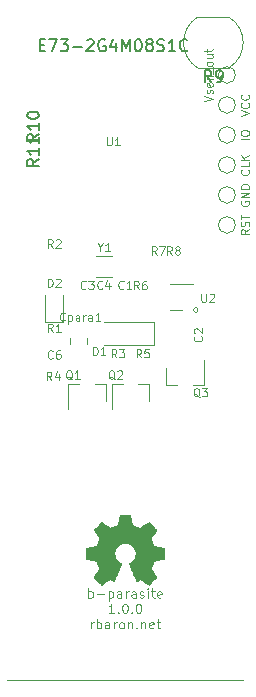
<source format=gbr>
G04 #@! TF.GenerationSoftware,KiCad,Pcbnew,(5.1.6)-1*
G04 #@! TF.CreationDate,2021-05-25T10:57:31+03:00*
G04 #@! TF.ProjectId,parasite,70617261-7369-4746-952e-6b696361645f,1.0.0*
G04 #@! TF.SameCoordinates,Original*
G04 #@! TF.FileFunction,Legend,Top*
G04 #@! TF.FilePolarity,Positive*
%FSLAX46Y46*%
G04 Gerber Fmt 4.6, Leading zero omitted, Abs format (unit mm)*
G04 Created by KiCad (PCBNEW (5.1.6)-1) date 2021-05-25 10:57:31*
%MOMM*%
%LPD*%
G01*
G04 APERTURE LIST*
%ADD10C,0.120000*%
%ADD11C,0.100000*%
%ADD12C,0.010000*%
%ADD13C,0.150000*%
G04 APERTURE END LIST*
D10*
X74200000Y-51700000D02*
G75*
G03*
X74200000Y-51700000I-200000J0D01*
G01*
D11*
X64914285Y-76061904D02*
X64914285Y-75261904D01*
X64914285Y-75566666D02*
X64990476Y-75528571D01*
X65142857Y-75528571D01*
X65219047Y-75566666D01*
X65257142Y-75604761D01*
X65295238Y-75680952D01*
X65295238Y-75909523D01*
X65257142Y-75985714D01*
X65219047Y-76023809D01*
X65142857Y-76061904D01*
X64990476Y-76061904D01*
X64914285Y-76023809D01*
X65638095Y-75757142D02*
X66247619Y-75757142D01*
X66628571Y-75528571D02*
X66628571Y-76328571D01*
X66628571Y-75566666D02*
X66704761Y-75528571D01*
X66857142Y-75528571D01*
X66933333Y-75566666D01*
X66971428Y-75604761D01*
X67009523Y-75680952D01*
X67009523Y-75909523D01*
X66971428Y-75985714D01*
X66933333Y-76023809D01*
X66857142Y-76061904D01*
X66704761Y-76061904D01*
X66628571Y-76023809D01*
X67695238Y-76061904D02*
X67695238Y-75642857D01*
X67657142Y-75566666D01*
X67580952Y-75528571D01*
X67428571Y-75528571D01*
X67352380Y-75566666D01*
X67695238Y-76023809D02*
X67619047Y-76061904D01*
X67428571Y-76061904D01*
X67352380Y-76023809D01*
X67314285Y-75947619D01*
X67314285Y-75871428D01*
X67352380Y-75795238D01*
X67428571Y-75757142D01*
X67619047Y-75757142D01*
X67695238Y-75719047D01*
X68076190Y-76061904D02*
X68076190Y-75528571D01*
X68076190Y-75680952D02*
X68114285Y-75604761D01*
X68152380Y-75566666D01*
X68228571Y-75528571D01*
X68304761Y-75528571D01*
X68914285Y-76061904D02*
X68914285Y-75642857D01*
X68876190Y-75566666D01*
X68800000Y-75528571D01*
X68647619Y-75528571D01*
X68571428Y-75566666D01*
X68914285Y-76023809D02*
X68838095Y-76061904D01*
X68647619Y-76061904D01*
X68571428Y-76023809D01*
X68533333Y-75947619D01*
X68533333Y-75871428D01*
X68571428Y-75795238D01*
X68647619Y-75757142D01*
X68838095Y-75757142D01*
X68914285Y-75719047D01*
X69257142Y-76023809D02*
X69333333Y-76061904D01*
X69485714Y-76061904D01*
X69561904Y-76023809D01*
X69600000Y-75947619D01*
X69600000Y-75909523D01*
X69561904Y-75833333D01*
X69485714Y-75795238D01*
X69371428Y-75795238D01*
X69295238Y-75757142D01*
X69257142Y-75680952D01*
X69257142Y-75642857D01*
X69295238Y-75566666D01*
X69371428Y-75528571D01*
X69485714Y-75528571D01*
X69561904Y-75566666D01*
X69942857Y-76061904D02*
X69942857Y-75528571D01*
X69942857Y-75261904D02*
X69904761Y-75300000D01*
X69942857Y-75338095D01*
X69980952Y-75300000D01*
X69942857Y-75261904D01*
X69942857Y-75338095D01*
X70209523Y-75528571D02*
X70514285Y-75528571D01*
X70323809Y-75261904D02*
X70323809Y-75947619D01*
X70361904Y-76023809D01*
X70438095Y-76061904D01*
X70514285Y-76061904D01*
X71085714Y-76023809D02*
X71009523Y-76061904D01*
X70857142Y-76061904D01*
X70780952Y-76023809D01*
X70742857Y-75947619D01*
X70742857Y-75642857D01*
X70780952Y-75566666D01*
X70857142Y-75528571D01*
X71009523Y-75528571D01*
X71085714Y-75566666D01*
X71123809Y-75642857D01*
X71123809Y-75719047D01*
X70742857Y-75795238D01*
X67085714Y-77361904D02*
X66628571Y-77361904D01*
X66857142Y-77361904D02*
X66857142Y-76561904D01*
X66780952Y-76676190D01*
X66704761Y-76752380D01*
X66628571Y-76790476D01*
X67428571Y-77285714D02*
X67466666Y-77323809D01*
X67428571Y-77361904D01*
X67390476Y-77323809D01*
X67428571Y-77285714D01*
X67428571Y-77361904D01*
X67961904Y-76561904D02*
X68038095Y-76561904D01*
X68114285Y-76600000D01*
X68152380Y-76638095D01*
X68190476Y-76714285D01*
X68228571Y-76866666D01*
X68228571Y-77057142D01*
X68190476Y-77209523D01*
X68152380Y-77285714D01*
X68114285Y-77323809D01*
X68038095Y-77361904D01*
X67961904Y-77361904D01*
X67885714Y-77323809D01*
X67847619Y-77285714D01*
X67809523Y-77209523D01*
X67771428Y-77057142D01*
X67771428Y-76866666D01*
X67809523Y-76714285D01*
X67847619Y-76638095D01*
X67885714Y-76600000D01*
X67961904Y-76561904D01*
X68571428Y-77285714D02*
X68609523Y-77323809D01*
X68571428Y-77361904D01*
X68533333Y-77323809D01*
X68571428Y-77285714D01*
X68571428Y-77361904D01*
X69104761Y-76561904D02*
X69180952Y-76561904D01*
X69257142Y-76600000D01*
X69295238Y-76638095D01*
X69333333Y-76714285D01*
X69371428Y-76866666D01*
X69371428Y-77057142D01*
X69333333Y-77209523D01*
X69295238Y-77285714D01*
X69257142Y-77323809D01*
X69180952Y-77361904D01*
X69104761Y-77361904D01*
X69028571Y-77323809D01*
X68990476Y-77285714D01*
X68952380Y-77209523D01*
X68914285Y-77057142D01*
X68914285Y-76866666D01*
X68952380Y-76714285D01*
X68990476Y-76638095D01*
X69028571Y-76600000D01*
X69104761Y-76561904D01*
X65123809Y-78661904D02*
X65123809Y-78128571D01*
X65123809Y-78280952D02*
X65161904Y-78204761D01*
X65200000Y-78166666D01*
X65276190Y-78128571D01*
X65352380Y-78128571D01*
X65619047Y-78661904D02*
X65619047Y-77861904D01*
X65619047Y-78166666D02*
X65695238Y-78128571D01*
X65847619Y-78128571D01*
X65923809Y-78166666D01*
X65961904Y-78204761D01*
X66000000Y-78280952D01*
X66000000Y-78509523D01*
X65961904Y-78585714D01*
X65923809Y-78623809D01*
X65847619Y-78661904D01*
X65695238Y-78661904D01*
X65619047Y-78623809D01*
X66685714Y-78661904D02*
X66685714Y-78242857D01*
X66647619Y-78166666D01*
X66571428Y-78128571D01*
X66419047Y-78128571D01*
X66342857Y-78166666D01*
X66685714Y-78623809D02*
X66609523Y-78661904D01*
X66419047Y-78661904D01*
X66342857Y-78623809D01*
X66304761Y-78547619D01*
X66304761Y-78471428D01*
X66342857Y-78395238D01*
X66419047Y-78357142D01*
X66609523Y-78357142D01*
X66685714Y-78319047D01*
X67066666Y-78661904D02*
X67066666Y-78128571D01*
X67066666Y-78280952D02*
X67104761Y-78204761D01*
X67142857Y-78166666D01*
X67219047Y-78128571D01*
X67295238Y-78128571D01*
X67676190Y-78661904D02*
X67600000Y-78623809D01*
X67561904Y-78585714D01*
X67523809Y-78509523D01*
X67523809Y-78280952D01*
X67561904Y-78204761D01*
X67600000Y-78166666D01*
X67676190Y-78128571D01*
X67790476Y-78128571D01*
X67866666Y-78166666D01*
X67904761Y-78204761D01*
X67942857Y-78280952D01*
X67942857Y-78509523D01*
X67904761Y-78585714D01*
X67866666Y-78623809D01*
X67790476Y-78661904D01*
X67676190Y-78661904D01*
X68285714Y-78128571D02*
X68285714Y-78661904D01*
X68285714Y-78204761D02*
X68323809Y-78166666D01*
X68400000Y-78128571D01*
X68514285Y-78128571D01*
X68590476Y-78166666D01*
X68628571Y-78242857D01*
X68628571Y-78661904D01*
X69009523Y-78585714D02*
X69047619Y-78623809D01*
X69009523Y-78661904D01*
X68971428Y-78623809D01*
X69009523Y-78585714D01*
X69009523Y-78661904D01*
X69390476Y-78128571D02*
X69390476Y-78661904D01*
X69390476Y-78204761D02*
X69428571Y-78166666D01*
X69504761Y-78128571D01*
X69619047Y-78128571D01*
X69695238Y-78166666D01*
X69733333Y-78242857D01*
X69733333Y-78661904D01*
X70419047Y-78623809D02*
X70342857Y-78661904D01*
X70190476Y-78661904D01*
X70114285Y-78623809D01*
X70076190Y-78547619D01*
X70076190Y-78242857D01*
X70114285Y-78166666D01*
X70190476Y-78128571D01*
X70342857Y-78128571D01*
X70419047Y-78166666D01*
X70457142Y-78242857D01*
X70457142Y-78319047D01*
X70076190Y-78395238D01*
X70685714Y-78128571D02*
X70990476Y-78128571D01*
X70800000Y-77861904D02*
X70800000Y-78547619D01*
X70838095Y-78623809D01*
X70914285Y-78661904D01*
X70990476Y-78661904D01*
D10*
X58000000Y-83000000D02*
X78000000Y-83000000D01*
X74121973Y-26917856D02*
G75*
G03*
X74150000Y-31200000I1378027J-2132144D01*
G01*
X76825476Y-31184388D02*
G75*
G03*
X76800000Y-26900000I-1325476J2134388D01*
G01*
X76800000Y-26900000D02*
X74150000Y-26900000D01*
X76800000Y-31200000D02*
X74150000Y-31200000D01*
D12*
G36*
X68555814Y-69468931D02*
G01*
X68639635Y-69913555D01*
X68948920Y-70041053D01*
X69258206Y-70168551D01*
X69629246Y-69916246D01*
X69733157Y-69845996D01*
X69827087Y-69783272D01*
X69906652Y-69730938D01*
X69967470Y-69691857D01*
X70005157Y-69668893D01*
X70015421Y-69663942D01*
X70033910Y-69676676D01*
X70073420Y-69711882D01*
X70129522Y-69765062D01*
X70197787Y-69831718D01*
X70273786Y-69907354D01*
X70353092Y-69987472D01*
X70431275Y-70067574D01*
X70503907Y-70143164D01*
X70566559Y-70209745D01*
X70614803Y-70262818D01*
X70644210Y-70297887D01*
X70651241Y-70309623D01*
X70641123Y-70331260D01*
X70612759Y-70378662D01*
X70569129Y-70447193D01*
X70513218Y-70532215D01*
X70448006Y-70629093D01*
X70410219Y-70684350D01*
X70341343Y-70785248D01*
X70280140Y-70876299D01*
X70229578Y-70952970D01*
X70192628Y-71010728D01*
X70172258Y-71045043D01*
X70169197Y-71052254D01*
X70176136Y-71072748D01*
X70195051Y-71120513D01*
X70223087Y-71188832D01*
X70257391Y-71270989D01*
X70295109Y-71360270D01*
X70333387Y-71449958D01*
X70369370Y-71533338D01*
X70400206Y-71603694D01*
X70423039Y-71654310D01*
X70435017Y-71678471D01*
X70435724Y-71679422D01*
X70454531Y-71684036D01*
X70504618Y-71694328D01*
X70580793Y-71709287D01*
X70677865Y-71727901D01*
X70790643Y-71749159D01*
X70856442Y-71761418D01*
X70976950Y-71784362D01*
X71085797Y-71806195D01*
X71177476Y-71825722D01*
X71246481Y-71841748D01*
X71287304Y-71853079D01*
X71295511Y-71856674D01*
X71303548Y-71881006D01*
X71310033Y-71935959D01*
X71314970Y-72015108D01*
X71318364Y-72112026D01*
X71320218Y-72220287D01*
X71320538Y-72333465D01*
X71319327Y-72445135D01*
X71316590Y-72548868D01*
X71312331Y-72638241D01*
X71306555Y-72706826D01*
X71299267Y-72748197D01*
X71294895Y-72756810D01*
X71268764Y-72767133D01*
X71213393Y-72781892D01*
X71136107Y-72799352D01*
X71044230Y-72817780D01*
X71012158Y-72823741D01*
X70857524Y-72852066D01*
X70735375Y-72874876D01*
X70641673Y-72893080D01*
X70572384Y-72907583D01*
X70523471Y-72919292D01*
X70490897Y-72929115D01*
X70470628Y-72937956D01*
X70458626Y-72946724D01*
X70456947Y-72948457D01*
X70440184Y-72976371D01*
X70414614Y-73030695D01*
X70382788Y-73104777D01*
X70347260Y-73191965D01*
X70310583Y-73285608D01*
X70275311Y-73379052D01*
X70243996Y-73465647D01*
X70219193Y-73538740D01*
X70203454Y-73591678D01*
X70199332Y-73617811D01*
X70199676Y-73618726D01*
X70213641Y-73640086D01*
X70245322Y-73687084D01*
X70291391Y-73754827D01*
X70348518Y-73838423D01*
X70413373Y-73932982D01*
X70431843Y-73959854D01*
X70497699Y-74057275D01*
X70555650Y-74146163D01*
X70602538Y-74221412D01*
X70635207Y-74277920D01*
X70650500Y-74310581D01*
X70651241Y-74314593D01*
X70638392Y-74335684D01*
X70602888Y-74377464D01*
X70549293Y-74435445D01*
X70482171Y-74505135D01*
X70406087Y-74582045D01*
X70325604Y-74661683D01*
X70245287Y-74739561D01*
X70169699Y-74811186D01*
X70103405Y-74872070D01*
X70050969Y-74917721D01*
X70016955Y-74943650D01*
X70007545Y-74947883D01*
X69985643Y-74937912D01*
X69940800Y-74911020D01*
X69880321Y-74871736D01*
X69833789Y-74840117D01*
X69749475Y-74782098D01*
X69649626Y-74713784D01*
X69549473Y-74645579D01*
X69495627Y-74609075D01*
X69313371Y-74485800D01*
X69160381Y-74568520D01*
X69090682Y-74604759D01*
X69031414Y-74632926D01*
X68991311Y-74648991D01*
X68981103Y-74651226D01*
X68968829Y-74634722D01*
X68944613Y-74588082D01*
X68910263Y-74515609D01*
X68867588Y-74421606D01*
X68818394Y-74310374D01*
X68764490Y-74186215D01*
X68707684Y-74053432D01*
X68649782Y-73916327D01*
X68592593Y-73779202D01*
X68537924Y-73646358D01*
X68487584Y-73522098D01*
X68443380Y-73410725D01*
X68407119Y-73316539D01*
X68380609Y-73243844D01*
X68365658Y-73196941D01*
X68363254Y-73180833D01*
X68382311Y-73160286D01*
X68424036Y-73126933D01*
X68479706Y-73087702D01*
X68484378Y-73084599D01*
X68628264Y-72969423D01*
X68744283Y-72835053D01*
X68831430Y-72685784D01*
X68888699Y-72525913D01*
X68915086Y-72359737D01*
X68909585Y-72191552D01*
X68871190Y-72025655D01*
X68798895Y-71866342D01*
X68777626Y-71831487D01*
X68666996Y-71690737D01*
X68536302Y-71577714D01*
X68390064Y-71493003D01*
X68232808Y-71437194D01*
X68069057Y-71410874D01*
X67903333Y-71414630D01*
X67740162Y-71449050D01*
X67584065Y-71514723D01*
X67439567Y-71612235D01*
X67394869Y-71651813D01*
X67281112Y-71775703D01*
X67198218Y-71906124D01*
X67141356Y-72052315D01*
X67109687Y-72197088D01*
X67101869Y-72359860D01*
X67127938Y-72523440D01*
X67185245Y-72682298D01*
X67271144Y-72830906D01*
X67382986Y-72963735D01*
X67518123Y-73075256D01*
X67535883Y-73087011D01*
X67592150Y-73125508D01*
X67634923Y-73158863D01*
X67655372Y-73180160D01*
X67655669Y-73180833D01*
X67651279Y-73203871D01*
X67633876Y-73256157D01*
X67605268Y-73333390D01*
X67567265Y-73431268D01*
X67521674Y-73545491D01*
X67470303Y-73671758D01*
X67414962Y-73805767D01*
X67357458Y-73943218D01*
X67299601Y-74079808D01*
X67243198Y-74211237D01*
X67190058Y-74333205D01*
X67141990Y-74441409D01*
X67100801Y-74531549D01*
X67068301Y-74599323D01*
X67046297Y-74640430D01*
X67037436Y-74651226D01*
X67010360Y-74642819D01*
X66959697Y-74620272D01*
X66894183Y-74587613D01*
X66858159Y-74568520D01*
X66705168Y-74485800D01*
X66522912Y-74609075D01*
X66429875Y-74672228D01*
X66328015Y-74741727D01*
X66232562Y-74807165D01*
X66184750Y-74840117D01*
X66117505Y-74885273D01*
X66060564Y-74921057D01*
X66021354Y-74942938D01*
X66008619Y-74947563D01*
X65990083Y-74935085D01*
X65949059Y-74900252D01*
X65889525Y-74846678D01*
X65815458Y-74777983D01*
X65730835Y-74697781D01*
X65677315Y-74646286D01*
X65583681Y-74554286D01*
X65502759Y-74471999D01*
X65437823Y-74402945D01*
X65392142Y-74350644D01*
X65368989Y-74318616D01*
X65366768Y-74312116D01*
X65377076Y-74287394D01*
X65405561Y-74237405D01*
X65449063Y-74167212D01*
X65504423Y-74081875D01*
X65568480Y-73986456D01*
X65586697Y-73959854D01*
X65653073Y-73863167D01*
X65712622Y-73776117D01*
X65762016Y-73703595D01*
X65797925Y-73650493D01*
X65817019Y-73621703D01*
X65818864Y-73618726D01*
X65816105Y-73595782D01*
X65801462Y-73545336D01*
X65777487Y-73474041D01*
X65746734Y-73388547D01*
X65711756Y-73295507D01*
X65675107Y-73201574D01*
X65639339Y-73113399D01*
X65607006Y-73037634D01*
X65580662Y-72980931D01*
X65562858Y-72949943D01*
X65561593Y-72948457D01*
X65550706Y-72939601D01*
X65532318Y-72930843D01*
X65502394Y-72921277D01*
X65456897Y-72909996D01*
X65391791Y-72896093D01*
X65303039Y-72878663D01*
X65186607Y-72856798D01*
X65038458Y-72829591D01*
X65006382Y-72823741D01*
X64911314Y-72805374D01*
X64828435Y-72787405D01*
X64765070Y-72771569D01*
X64728542Y-72759600D01*
X64723644Y-72756810D01*
X64715573Y-72732072D01*
X64709013Y-72676790D01*
X64703967Y-72597389D01*
X64700441Y-72500296D01*
X64698439Y-72391938D01*
X64697964Y-72278740D01*
X64699023Y-72167128D01*
X64701618Y-72063529D01*
X64705754Y-71974368D01*
X64711437Y-71906072D01*
X64718669Y-71865066D01*
X64723029Y-71856674D01*
X64747302Y-71848208D01*
X64802574Y-71834435D01*
X64883338Y-71816550D01*
X64984088Y-71795748D01*
X65099317Y-71773223D01*
X65162098Y-71761418D01*
X65281213Y-71739151D01*
X65387435Y-71718979D01*
X65475573Y-71701915D01*
X65540434Y-71688969D01*
X65576826Y-71681155D01*
X65582816Y-71679422D01*
X65592939Y-71659890D01*
X65614338Y-71612843D01*
X65644161Y-71545003D01*
X65679555Y-71463091D01*
X65717668Y-71373828D01*
X65755647Y-71283935D01*
X65790640Y-71200135D01*
X65819794Y-71129147D01*
X65840257Y-71077694D01*
X65849177Y-71052497D01*
X65849343Y-71051396D01*
X65839231Y-71031519D01*
X65810883Y-70985777D01*
X65767277Y-70918717D01*
X65711394Y-70834884D01*
X65646213Y-70738826D01*
X65608321Y-70683650D01*
X65539275Y-70582481D01*
X65477950Y-70490630D01*
X65427337Y-70412744D01*
X65390429Y-70353469D01*
X65370218Y-70317451D01*
X65367299Y-70309377D01*
X65379847Y-70290584D01*
X65414537Y-70250457D01*
X65466937Y-70193493D01*
X65532616Y-70124185D01*
X65607144Y-70047031D01*
X65686087Y-69966525D01*
X65765017Y-69887163D01*
X65839500Y-69813440D01*
X65905106Y-69749852D01*
X65957404Y-69700894D01*
X65991961Y-69671061D01*
X66003522Y-69663942D01*
X66022346Y-69673953D01*
X66067369Y-69702078D01*
X66134213Y-69745454D01*
X66218501Y-69801218D01*
X66315856Y-69866506D01*
X66389293Y-69916246D01*
X66760333Y-70168551D01*
X67378905Y-69913555D01*
X67462725Y-69468931D01*
X67546546Y-69024307D01*
X68471994Y-69024307D01*
X68555814Y-69468931D01*
G37*
X68555814Y-69468931D02*
X68639635Y-69913555D01*
X68948920Y-70041053D01*
X69258206Y-70168551D01*
X69629246Y-69916246D01*
X69733157Y-69845996D01*
X69827087Y-69783272D01*
X69906652Y-69730938D01*
X69967470Y-69691857D01*
X70005157Y-69668893D01*
X70015421Y-69663942D01*
X70033910Y-69676676D01*
X70073420Y-69711882D01*
X70129522Y-69765062D01*
X70197787Y-69831718D01*
X70273786Y-69907354D01*
X70353092Y-69987472D01*
X70431275Y-70067574D01*
X70503907Y-70143164D01*
X70566559Y-70209745D01*
X70614803Y-70262818D01*
X70644210Y-70297887D01*
X70651241Y-70309623D01*
X70641123Y-70331260D01*
X70612759Y-70378662D01*
X70569129Y-70447193D01*
X70513218Y-70532215D01*
X70448006Y-70629093D01*
X70410219Y-70684350D01*
X70341343Y-70785248D01*
X70280140Y-70876299D01*
X70229578Y-70952970D01*
X70192628Y-71010728D01*
X70172258Y-71045043D01*
X70169197Y-71052254D01*
X70176136Y-71072748D01*
X70195051Y-71120513D01*
X70223087Y-71188832D01*
X70257391Y-71270989D01*
X70295109Y-71360270D01*
X70333387Y-71449958D01*
X70369370Y-71533338D01*
X70400206Y-71603694D01*
X70423039Y-71654310D01*
X70435017Y-71678471D01*
X70435724Y-71679422D01*
X70454531Y-71684036D01*
X70504618Y-71694328D01*
X70580793Y-71709287D01*
X70677865Y-71727901D01*
X70790643Y-71749159D01*
X70856442Y-71761418D01*
X70976950Y-71784362D01*
X71085797Y-71806195D01*
X71177476Y-71825722D01*
X71246481Y-71841748D01*
X71287304Y-71853079D01*
X71295511Y-71856674D01*
X71303548Y-71881006D01*
X71310033Y-71935959D01*
X71314970Y-72015108D01*
X71318364Y-72112026D01*
X71320218Y-72220287D01*
X71320538Y-72333465D01*
X71319327Y-72445135D01*
X71316590Y-72548868D01*
X71312331Y-72638241D01*
X71306555Y-72706826D01*
X71299267Y-72748197D01*
X71294895Y-72756810D01*
X71268764Y-72767133D01*
X71213393Y-72781892D01*
X71136107Y-72799352D01*
X71044230Y-72817780D01*
X71012158Y-72823741D01*
X70857524Y-72852066D01*
X70735375Y-72874876D01*
X70641673Y-72893080D01*
X70572384Y-72907583D01*
X70523471Y-72919292D01*
X70490897Y-72929115D01*
X70470628Y-72937956D01*
X70458626Y-72946724D01*
X70456947Y-72948457D01*
X70440184Y-72976371D01*
X70414614Y-73030695D01*
X70382788Y-73104777D01*
X70347260Y-73191965D01*
X70310583Y-73285608D01*
X70275311Y-73379052D01*
X70243996Y-73465647D01*
X70219193Y-73538740D01*
X70203454Y-73591678D01*
X70199332Y-73617811D01*
X70199676Y-73618726D01*
X70213641Y-73640086D01*
X70245322Y-73687084D01*
X70291391Y-73754827D01*
X70348518Y-73838423D01*
X70413373Y-73932982D01*
X70431843Y-73959854D01*
X70497699Y-74057275D01*
X70555650Y-74146163D01*
X70602538Y-74221412D01*
X70635207Y-74277920D01*
X70650500Y-74310581D01*
X70651241Y-74314593D01*
X70638392Y-74335684D01*
X70602888Y-74377464D01*
X70549293Y-74435445D01*
X70482171Y-74505135D01*
X70406087Y-74582045D01*
X70325604Y-74661683D01*
X70245287Y-74739561D01*
X70169699Y-74811186D01*
X70103405Y-74872070D01*
X70050969Y-74917721D01*
X70016955Y-74943650D01*
X70007545Y-74947883D01*
X69985643Y-74937912D01*
X69940800Y-74911020D01*
X69880321Y-74871736D01*
X69833789Y-74840117D01*
X69749475Y-74782098D01*
X69649626Y-74713784D01*
X69549473Y-74645579D01*
X69495627Y-74609075D01*
X69313371Y-74485800D01*
X69160381Y-74568520D01*
X69090682Y-74604759D01*
X69031414Y-74632926D01*
X68991311Y-74648991D01*
X68981103Y-74651226D01*
X68968829Y-74634722D01*
X68944613Y-74588082D01*
X68910263Y-74515609D01*
X68867588Y-74421606D01*
X68818394Y-74310374D01*
X68764490Y-74186215D01*
X68707684Y-74053432D01*
X68649782Y-73916327D01*
X68592593Y-73779202D01*
X68537924Y-73646358D01*
X68487584Y-73522098D01*
X68443380Y-73410725D01*
X68407119Y-73316539D01*
X68380609Y-73243844D01*
X68365658Y-73196941D01*
X68363254Y-73180833D01*
X68382311Y-73160286D01*
X68424036Y-73126933D01*
X68479706Y-73087702D01*
X68484378Y-73084599D01*
X68628264Y-72969423D01*
X68744283Y-72835053D01*
X68831430Y-72685784D01*
X68888699Y-72525913D01*
X68915086Y-72359737D01*
X68909585Y-72191552D01*
X68871190Y-72025655D01*
X68798895Y-71866342D01*
X68777626Y-71831487D01*
X68666996Y-71690737D01*
X68536302Y-71577714D01*
X68390064Y-71493003D01*
X68232808Y-71437194D01*
X68069057Y-71410874D01*
X67903333Y-71414630D01*
X67740162Y-71449050D01*
X67584065Y-71514723D01*
X67439567Y-71612235D01*
X67394869Y-71651813D01*
X67281112Y-71775703D01*
X67198218Y-71906124D01*
X67141356Y-72052315D01*
X67109687Y-72197088D01*
X67101869Y-72359860D01*
X67127938Y-72523440D01*
X67185245Y-72682298D01*
X67271144Y-72830906D01*
X67382986Y-72963735D01*
X67518123Y-73075256D01*
X67535883Y-73087011D01*
X67592150Y-73125508D01*
X67634923Y-73158863D01*
X67655372Y-73180160D01*
X67655669Y-73180833D01*
X67651279Y-73203871D01*
X67633876Y-73256157D01*
X67605268Y-73333390D01*
X67567265Y-73431268D01*
X67521674Y-73545491D01*
X67470303Y-73671758D01*
X67414962Y-73805767D01*
X67357458Y-73943218D01*
X67299601Y-74079808D01*
X67243198Y-74211237D01*
X67190058Y-74333205D01*
X67141990Y-74441409D01*
X67100801Y-74531549D01*
X67068301Y-74599323D01*
X67046297Y-74640430D01*
X67037436Y-74651226D01*
X67010360Y-74642819D01*
X66959697Y-74620272D01*
X66894183Y-74587613D01*
X66858159Y-74568520D01*
X66705168Y-74485800D01*
X66522912Y-74609075D01*
X66429875Y-74672228D01*
X66328015Y-74741727D01*
X66232562Y-74807165D01*
X66184750Y-74840117D01*
X66117505Y-74885273D01*
X66060564Y-74921057D01*
X66021354Y-74942938D01*
X66008619Y-74947563D01*
X65990083Y-74935085D01*
X65949059Y-74900252D01*
X65889525Y-74846678D01*
X65815458Y-74777983D01*
X65730835Y-74697781D01*
X65677315Y-74646286D01*
X65583681Y-74554286D01*
X65502759Y-74471999D01*
X65437823Y-74402945D01*
X65392142Y-74350644D01*
X65368989Y-74318616D01*
X65366768Y-74312116D01*
X65377076Y-74287394D01*
X65405561Y-74237405D01*
X65449063Y-74167212D01*
X65504423Y-74081875D01*
X65568480Y-73986456D01*
X65586697Y-73959854D01*
X65653073Y-73863167D01*
X65712622Y-73776117D01*
X65762016Y-73703595D01*
X65797925Y-73650493D01*
X65817019Y-73621703D01*
X65818864Y-73618726D01*
X65816105Y-73595782D01*
X65801462Y-73545336D01*
X65777487Y-73474041D01*
X65746734Y-73388547D01*
X65711756Y-73295507D01*
X65675107Y-73201574D01*
X65639339Y-73113399D01*
X65607006Y-73037634D01*
X65580662Y-72980931D01*
X65562858Y-72949943D01*
X65561593Y-72948457D01*
X65550706Y-72939601D01*
X65532318Y-72930843D01*
X65502394Y-72921277D01*
X65456897Y-72909996D01*
X65391791Y-72896093D01*
X65303039Y-72878663D01*
X65186607Y-72856798D01*
X65038458Y-72829591D01*
X65006382Y-72823741D01*
X64911314Y-72805374D01*
X64828435Y-72787405D01*
X64765070Y-72771569D01*
X64728542Y-72759600D01*
X64723644Y-72756810D01*
X64715573Y-72732072D01*
X64709013Y-72676790D01*
X64703967Y-72597389D01*
X64700441Y-72500296D01*
X64698439Y-72391938D01*
X64697964Y-72278740D01*
X64699023Y-72167128D01*
X64701618Y-72063529D01*
X64705754Y-71974368D01*
X64711437Y-71906072D01*
X64718669Y-71865066D01*
X64723029Y-71856674D01*
X64747302Y-71848208D01*
X64802574Y-71834435D01*
X64883338Y-71816550D01*
X64984088Y-71795748D01*
X65099317Y-71773223D01*
X65162098Y-71761418D01*
X65281213Y-71739151D01*
X65387435Y-71718979D01*
X65475573Y-71701915D01*
X65540434Y-71688969D01*
X65576826Y-71681155D01*
X65582816Y-71679422D01*
X65592939Y-71659890D01*
X65614338Y-71612843D01*
X65644161Y-71545003D01*
X65679555Y-71463091D01*
X65717668Y-71373828D01*
X65755647Y-71283935D01*
X65790640Y-71200135D01*
X65819794Y-71129147D01*
X65840257Y-71077694D01*
X65849177Y-71052497D01*
X65849343Y-71051396D01*
X65839231Y-71031519D01*
X65810883Y-70985777D01*
X65767277Y-70918717D01*
X65711394Y-70834884D01*
X65646213Y-70738826D01*
X65608321Y-70683650D01*
X65539275Y-70582481D01*
X65477950Y-70490630D01*
X65427337Y-70412744D01*
X65390429Y-70353469D01*
X65370218Y-70317451D01*
X65367299Y-70309377D01*
X65379847Y-70290584D01*
X65414537Y-70250457D01*
X65466937Y-70193493D01*
X65532616Y-70124185D01*
X65607144Y-70047031D01*
X65686087Y-69966525D01*
X65765017Y-69887163D01*
X65839500Y-69813440D01*
X65905106Y-69749852D01*
X65957404Y-69700894D01*
X65991961Y-69671061D01*
X66003522Y-69663942D01*
X66022346Y-69673953D01*
X66067369Y-69702078D01*
X66134213Y-69745454D01*
X66218501Y-69801218D01*
X66315856Y-69866506D01*
X66389293Y-69916246D01*
X66760333Y-70168551D01*
X67378905Y-69913555D01*
X67462725Y-69468931D01*
X67546546Y-69024307D01*
X68471994Y-69024307D01*
X68555814Y-69468931D01*
D10*
X72800000Y-51710000D02*
X71800000Y-51710000D01*
X73800000Y-49490000D02*
X71800000Y-49490000D01*
X66925000Y-47125000D02*
X65575000Y-47125000D01*
X66925000Y-48875000D02*
X65575000Y-48875000D01*
X71520000Y-58060000D02*
X72450000Y-58060000D01*
X74680000Y-58060000D02*
X73750000Y-58060000D01*
X74680000Y-58060000D02*
X74680000Y-55900000D01*
X71520000Y-58060000D02*
X71520000Y-56600000D01*
X61265000Y-50412500D02*
X61265000Y-52697500D01*
X61265000Y-52697500D02*
X62735000Y-52697500D01*
X62735000Y-52697500D02*
X62735000Y-50412500D01*
X77340000Y-34340000D02*
G75*
G03*
X77340000Y-34340000I-700000J0D01*
G01*
X77340000Y-41960000D02*
G75*
G03*
X77340000Y-41960000I-700000J0D01*
G01*
X77340000Y-44500000D02*
G75*
G03*
X77340000Y-44500000I-700000J0D01*
G01*
X77340000Y-39420000D02*
G75*
G03*
X77340000Y-39420000I-700000J0D01*
G01*
X77340000Y-36880000D02*
G75*
G03*
X77340000Y-36880000I-700000J0D01*
G01*
X70030000Y-57940000D02*
X69100000Y-57940000D01*
X66870000Y-57940000D02*
X67800000Y-57940000D01*
X66870000Y-57940000D02*
X66870000Y-60100000D01*
X70030000Y-57940000D02*
X70030000Y-59400000D01*
X66380000Y-57940000D02*
X65450000Y-57940000D01*
X63220000Y-57940000D02*
X64150000Y-57940000D01*
X63220000Y-57940000D02*
X63220000Y-60100000D01*
X66380000Y-57940000D02*
X66380000Y-59400000D01*
X63390000Y-54558578D02*
X63390000Y-54041422D01*
X64810000Y-54558578D02*
X64810000Y-54041422D01*
X70500000Y-52700000D02*
X66200000Y-52700000D01*
X70500000Y-54700000D02*
X70500000Y-52700000D01*
X66200000Y-54700000D02*
X70500000Y-54700000D01*
X77340000Y-31800000D02*
G75*
G03*
X77340000Y-31800000I-700000J0D01*
G01*
D13*
X75313333Y-32402380D02*
X74980000Y-31926190D01*
X74741904Y-32402380D02*
X74741904Y-31402380D01*
X75122857Y-31402380D01*
X75218095Y-31450000D01*
X75265714Y-31497619D01*
X75313333Y-31592857D01*
X75313333Y-31735714D01*
X75265714Y-31830952D01*
X75218095Y-31878571D01*
X75122857Y-31926190D01*
X74741904Y-31926190D01*
X75789523Y-32402380D02*
X75980000Y-32402380D01*
X76075238Y-32354761D01*
X76122857Y-32307142D01*
X76218095Y-32164285D01*
X76265714Y-31973809D01*
X76265714Y-31592857D01*
X76218095Y-31497619D01*
X76170476Y-31450000D01*
X76075238Y-31402380D01*
X75884761Y-31402380D01*
X75789523Y-31450000D01*
X75741904Y-31497619D01*
X75694285Y-31592857D01*
X75694285Y-31830952D01*
X75741904Y-31926190D01*
X75789523Y-31973809D01*
X75884761Y-32021428D01*
X76075238Y-32021428D01*
X76170476Y-31973809D01*
X76218095Y-31926190D01*
X76265714Y-31830952D01*
X60722380Y-38927857D02*
X60246190Y-39261190D01*
X60722380Y-39499285D02*
X59722380Y-39499285D01*
X59722380Y-39118333D01*
X59770000Y-39023095D01*
X59817619Y-38975476D01*
X59912857Y-38927857D01*
X60055714Y-38927857D01*
X60150952Y-38975476D01*
X60198571Y-39023095D01*
X60246190Y-39118333D01*
X60246190Y-39499285D01*
X60722380Y-37975476D02*
X60722380Y-38546904D01*
X60722380Y-38261190D02*
X59722380Y-38261190D01*
X59865238Y-38356428D01*
X59960476Y-38451666D01*
X60008095Y-38546904D01*
X60722380Y-37023095D02*
X60722380Y-37594523D01*
X60722380Y-37308809D02*
X59722380Y-37308809D01*
X59865238Y-37404047D01*
X59960476Y-37499285D01*
X60008095Y-37594523D01*
X60722380Y-36827857D02*
X60246190Y-37161190D01*
X60722380Y-37399285D02*
X59722380Y-37399285D01*
X59722380Y-37018333D01*
X59770000Y-36923095D01*
X59817619Y-36875476D01*
X59912857Y-36827857D01*
X60055714Y-36827857D01*
X60150952Y-36875476D01*
X60198571Y-36923095D01*
X60246190Y-37018333D01*
X60246190Y-37399285D01*
X60722380Y-35875476D02*
X60722380Y-36446904D01*
X60722380Y-36161190D02*
X59722380Y-36161190D01*
X59865238Y-36256428D01*
X59960476Y-36351666D01*
X60008095Y-36446904D01*
X59722380Y-35256428D02*
X59722380Y-35161190D01*
X59770000Y-35065952D01*
X59817619Y-35018333D01*
X59912857Y-34970714D01*
X60103333Y-34923095D01*
X60341428Y-34923095D01*
X60531904Y-34970714D01*
X60627142Y-35018333D01*
X60674761Y-35065952D01*
X60722380Y-35161190D01*
X60722380Y-35256428D01*
X60674761Y-35351666D01*
X60627142Y-35399285D01*
X60531904Y-35446904D01*
X60341428Y-35494523D01*
X60103333Y-35494523D01*
X59912857Y-35446904D01*
X59817619Y-35399285D01*
X59770000Y-35351666D01*
X59722380Y-35256428D01*
D10*
X74466666Y-50316666D02*
X74466666Y-50883333D01*
X74500000Y-50950000D01*
X74533333Y-50983333D01*
X74600000Y-51016666D01*
X74733333Y-51016666D01*
X74800000Y-50983333D01*
X74833333Y-50950000D01*
X74866666Y-50883333D01*
X74866666Y-50316666D01*
X75166666Y-50383333D02*
X75200000Y-50350000D01*
X75266666Y-50316666D01*
X75433333Y-50316666D01*
X75500000Y-50350000D01*
X75533333Y-50383333D01*
X75566666Y-50450000D01*
X75566666Y-50516666D01*
X75533333Y-50616666D01*
X75133333Y-51016666D01*
X75566666Y-51016666D01*
X66466199Y-37069891D02*
X66466199Y-37636558D01*
X66499533Y-37703225D01*
X66532866Y-37736558D01*
X66599533Y-37769891D01*
X66732866Y-37769891D01*
X66799533Y-37736558D01*
X66832866Y-37703225D01*
X66866199Y-37636558D01*
X66866199Y-37069891D01*
X67566199Y-37769891D02*
X67166199Y-37769891D01*
X67366199Y-37769891D02*
X67366199Y-37069891D01*
X67299533Y-37169891D01*
X67232866Y-37236558D01*
X67166199Y-37269891D01*
D13*
X60785714Y-29253571D02*
X61119047Y-29253571D01*
X61261904Y-29777380D02*
X60785714Y-29777380D01*
X60785714Y-28777380D01*
X61261904Y-28777380D01*
X61595238Y-28777380D02*
X62261904Y-28777380D01*
X61833333Y-29777380D01*
X62547619Y-28777380D02*
X63166666Y-28777380D01*
X62833333Y-29158333D01*
X62976190Y-29158333D01*
X63071428Y-29205952D01*
X63119047Y-29253571D01*
X63166666Y-29348809D01*
X63166666Y-29586904D01*
X63119047Y-29682142D01*
X63071428Y-29729761D01*
X62976190Y-29777380D01*
X62690476Y-29777380D01*
X62595238Y-29729761D01*
X62547619Y-29682142D01*
X63595238Y-29396428D02*
X64357142Y-29396428D01*
X64785714Y-28872619D02*
X64833333Y-28825000D01*
X64928571Y-28777380D01*
X65166666Y-28777380D01*
X65261904Y-28825000D01*
X65309523Y-28872619D01*
X65357142Y-28967857D01*
X65357142Y-29063095D01*
X65309523Y-29205952D01*
X64738095Y-29777380D01*
X65357142Y-29777380D01*
X66309523Y-28825000D02*
X66214285Y-28777380D01*
X66071428Y-28777380D01*
X65928571Y-28825000D01*
X65833333Y-28920238D01*
X65785714Y-29015476D01*
X65738095Y-29205952D01*
X65738095Y-29348809D01*
X65785714Y-29539285D01*
X65833333Y-29634523D01*
X65928571Y-29729761D01*
X66071428Y-29777380D01*
X66166666Y-29777380D01*
X66309523Y-29729761D01*
X66357142Y-29682142D01*
X66357142Y-29348809D01*
X66166666Y-29348809D01*
X67214285Y-29110714D02*
X67214285Y-29777380D01*
X66976190Y-28729761D02*
X66738095Y-29444047D01*
X67357142Y-29444047D01*
X67738095Y-29777380D02*
X67738095Y-28777380D01*
X68071428Y-29491666D01*
X68404761Y-28777380D01*
X68404761Y-29777380D01*
X69071428Y-28777380D02*
X69166666Y-28777380D01*
X69261904Y-28825000D01*
X69309523Y-28872619D01*
X69357142Y-28967857D01*
X69404761Y-29158333D01*
X69404761Y-29396428D01*
X69357142Y-29586904D01*
X69309523Y-29682142D01*
X69261904Y-29729761D01*
X69166666Y-29777380D01*
X69071428Y-29777380D01*
X68976190Y-29729761D01*
X68928571Y-29682142D01*
X68880952Y-29586904D01*
X68833333Y-29396428D01*
X68833333Y-29158333D01*
X68880952Y-28967857D01*
X68928571Y-28872619D01*
X68976190Y-28825000D01*
X69071428Y-28777380D01*
X69976190Y-29205952D02*
X69880952Y-29158333D01*
X69833333Y-29110714D01*
X69785714Y-29015476D01*
X69785714Y-28967857D01*
X69833333Y-28872619D01*
X69880952Y-28825000D01*
X69976190Y-28777380D01*
X70166666Y-28777380D01*
X70261904Y-28825000D01*
X70309523Y-28872619D01*
X70357142Y-28967857D01*
X70357142Y-29015476D01*
X70309523Y-29110714D01*
X70261904Y-29158333D01*
X70166666Y-29205952D01*
X69976190Y-29205952D01*
X69880952Y-29253571D01*
X69833333Y-29301190D01*
X69785714Y-29396428D01*
X69785714Y-29586904D01*
X69833333Y-29682142D01*
X69880952Y-29729761D01*
X69976190Y-29777380D01*
X70166666Y-29777380D01*
X70261904Y-29729761D01*
X70309523Y-29682142D01*
X70357142Y-29586904D01*
X70357142Y-29396428D01*
X70309523Y-29301190D01*
X70261904Y-29253571D01*
X70166666Y-29205952D01*
X70738095Y-29729761D02*
X70880952Y-29777380D01*
X71119047Y-29777380D01*
X71214285Y-29729761D01*
X71261904Y-29682142D01*
X71309523Y-29586904D01*
X71309523Y-29491666D01*
X71261904Y-29396428D01*
X71214285Y-29348809D01*
X71119047Y-29301190D01*
X70928571Y-29253571D01*
X70833333Y-29205952D01*
X70785714Y-29158333D01*
X70738095Y-29063095D01*
X70738095Y-28967857D01*
X70785714Y-28872619D01*
X70833333Y-28825000D01*
X70928571Y-28777380D01*
X71166666Y-28777380D01*
X71309523Y-28825000D01*
X72261904Y-29777380D02*
X71690476Y-29777380D01*
X71976190Y-29777380D02*
X71976190Y-28777380D01*
X71880952Y-28920238D01*
X71785714Y-29015476D01*
X71690476Y-29063095D01*
X73261904Y-29682142D02*
X73214285Y-29729761D01*
X73071428Y-29777380D01*
X72976190Y-29777380D01*
X72833333Y-29729761D01*
X72738095Y-29634523D01*
X72690476Y-29539285D01*
X72642857Y-29348809D01*
X72642857Y-29205952D01*
X72690476Y-29015476D01*
X72738095Y-28920238D01*
X72833333Y-28825000D01*
X72976190Y-28777380D01*
X73071428Y-28777380D01*
X73214285Y-28825000D01*
X73261904Y-28872619D01*
D10*
X65916666Y-46383333D02*
X65916666Y-46716666D01*
X65683333Y-46016666D02*
X65916666Y-46383333D01*
X66150000Y-46016666D01*
X66750000Y-46716666D02*
X66350000Y-46716666D01*
X66550000Y-46716666D02*
X66550000Y-46016666D01*
X66483333Y-46116666D01*
X66416666Y-46183333D01*
X66350000Y-46216666D01*
X71983333Y-47016666D02*
X71750000Y-46683333D01*
X71583333Y-47016666D02*
X71583333Y-46316666D01*
X71850000Y-46316666D01*
X71916666Y-46350000D01*
X71950000Y-46383333D01*
X71983333Y-46450000D01*
X71983333Y-46550000D01*
X71950000Y-46616666D01*
X71916666Y-46650000D01*
X71850000Y-46683333D01*
X71583333Y-46683333D01*
X72383333Y-46616666D02*
X72316666Y-46583333D01*
X72283333Y-46550000D01*
X72250000Y-46483333D01*
X72250000Y-46450000D01*
X72283333Y-46383333D01*
X72316666Y-46350000D01*
X72383333Y-46316666D01*
X72516666Y-46316666D01*
X72583333Y-46350000D01*
X72616666Y-46383333D01*
X72650000Y-46450000D01*
X72650000Y-46483333D01*
X72616666Y-46550000D01*
X72583333Y-46583333D01*
X72516666Y-46616666D01*
X72383333Y-46616666D01*
X72316666Y-46650000D01*
X72283333Y-46683333D01*
X72250000Y-46750000D01*
X72250000Y-46883333D01*
X72283333Y-46950000D01*
X72316666Y-46983333D01*
X72383333Y-47016666D01*
X72516666Y-47016666D01*
X72583333Y-46983333D01*
X72616666Y-46950000D01*
X72650000Y-46883333D01*
X72650000Y-46750000D01*
X72616666Y-46683333D01*
X72583333Y-46650000D01*
X72516666Y-46616666D01*
X70683333Y-47016666D02*
X70450000Y-46683333D01*
X70283333Y-47016666D02*
X70283333Y-46316666D01*
X70550000Y-46316666D01*
X70616666Y-46350000D01*
X70650000Y-46383333D01*
X70683333Y-46450000D01*
X70683333Y-46550000D01*
X70650000Y-46616666D01*
X70616666Y-46650000D01*
X70550000Y-46683333D01*
X70283333Y-46683333D01*
X70916666Y-46316666D02*
X71383333Y-46316666D01*
X71083333Y-47016666D01*
X69183333Y-49946666D02*
X68950000Y-49613333D01*
X68783333Y-49946666D02*
X68783333Y-49246666D01*
X69050000Y-49246666D01*
X69116666Y-49280000D01*
X69150000Y-49313333D01*
X69183333Y-49380000D01*
X69183333Y-49480000D01*
X69150000Y-49546666D01*
X69116666Y-49580000D01*
X69050000Y-49613333D01*
X68783333Y-49613333D01*
X69783333Y-49246666D02*
X69650000Y-49246666D01*
X69583333Y-49280000D01*
X69550000Y-49313333D01*
X69483333Y-49413333D01*
X69450000Y-49546666D01*
X69450000Y-49813333D01*
X69483333Y-49880000D01*
X69516666Y-49913333D01*
X69583333Y-49946666D01*
X69716666Y-49946666D01*
X69783333Y-49913333D01*
X69816666Y-49880000D01*
X69850000Y-49813333D01*
X69850000Y-49646666D01*
X69816666Y-49580000D01*
X69783333Y-49546666D01*
X69716666Y-49513333D01*
X69583333Y-49513333D01*
X69516666Y-49546666D01*
X69483333Y-49580000D01*
X69450000Y-49646666D01*
X69383333Y-55716666D02*
X69150000Y-55383333D01*
X68983333Y-55716666D02*
X68983333Y-55016666D01*
X69250000Y-55016666D01*
X69316666Y-55050000D01*
X69350000Y-55083333D01*
X69383333Y-55150000D01*
X69383333Y-55250000D01*
X69350000Y-55316666D01*
X69316666Y-55350000D01*
X69250000Y-55383333D01*
X68983333Y-55383333D01*
X70016666Y-55016666D02*
X69683333Y-55016666D01*
X69650000Y-55350000D01*
X69683333Y-55316666D01*
X69750000Y-55283333D01*
X69916666Y-55283333D01*
X69983333Y-55316666D01*
X70016666Y-55350000D01*
X70050000Y-55416666D01*
X70050000Y-55583333D01*
X70016666Y-55650000D01*
X69983333Y-55683333D01*
X69916666Y-55716666D01*
X69750000Y-55716666D01*
X69683333Y-55683333D01*
X69650000Y-55650000D01*
X61783333Y-57616666D02*
X61550000Y-57283333D01*
X61383333Y-57616666D02*
X61383333Y-56916666D01*
X61650000Y-56916666D01*
X61716666Y-56950000D01*
X61750000Y-56983333D01*
X61783333Y-57050000D01*
X61783333Y-57150000D01*
X61750000Y-57216666D01*
X61716666Y-57250000D01*
X61650000Y-57283333D01*
X61383333Y-57283333D01*
X62383333Y-57150000D02*
X62383333Y-57616666D01*
X62216666Y-56883333D02*
X62050000Y-57383333D01*
X62483333Y-57383333D01*
X67283333Y-55716666D02*
X67050000Y-55383333D01*
X66883333Y-55716666D02*
X66883333Y-55016666D01*
X67150000Y-55016666D01*
X67216666Y-55050000D01*
X67250000Y-55083333D01*
X67283333Y-55150000D01*
X67283333Y-55250000D01*
X67250000Y-55316666D01*
X67216666Y-55350000D01*
X67150000Y-55383333D01*
X66883333Y-55383333D01*
X67516666Y-55016666D02*
X67950000Y-55016666D01*
X67716666Y-55283333D01*
X67816666Y-55283333D01*
X67883333Y-55316666D01*
X67916666Y-55350000D01*
X67950000Y-55416666D01*
X67950000Y-55583333D01*
X67916666Y-55650000D01*
X67883333Y-55683333D01*
X67816666Y-55716666D01*
X67616666Y-55716666D01*
X67550000Y-55683333D01*
X67516666Y-55650000D01*
X61883333Y-46416666D02*
X61650000Y-46083333D01*
X61483333Y-46416666D02*
X61483333Y-45716666D01*
X61750000Y-45716666D01*
X61816666Y-45750000D01*
X61850000Y-45783333D01*
X61883333Y-45850000D01*
X61883333Y-45950000D01*
X61850000Y-46016666D01*
X61816666Y-46050000D01*
X61750000Y-46083333D01*
X61483333Y-46083333D01*
X62150000Y-45783333D02*
X62183333Y-45750000D01*
X62250000Y-45716666D01*
X62416666Y-45716666D01*
X62483333Y-45750000D01*
X62516666Y-45783333D01*
X62550000Y-45850000D01*
X62550000Y-45916666D01*
X62516666Y-46016666D01*
X62116666Y-46416666D01*
X62550000Y-46416666D01*
X61883333Y-53546666D02*
X61650000Y-53213333D01*
X61483333Y-53546666D02*
X61483333Y-52846666D01*
X61750000Y-52846666D01*
X61816666Y-52880000D01*
X61850000Y-52913333D01*
X61883333Y-52980000D01*
X61883333Y-53080000D01*
X61850000Y-53146666D01*
X61816666Y-53180000D01*
X61750000Y-53213333D01*
X61483333Y-53213333D01*
X62550000Y-53546666D02*
X62150000Y-53546666D01*
X62350000Y-53546666D02*
X62350000Y-52846666D01*
X62283333Y-52946666D01*
X62216666Y-53013333D01*
X62150000Y-53046666D01*
X74333333Y-59083333D02*
X74266666Y-59050000D01*
X74200000Y-58983333D01*
X74100000Y-58883333D01*
X74033333Y-58850000D01*
X73966666Y-58850000D01*
X74000000Y-59016666D02*
X73933333Y-58983333D01*
X73866666Y-58916666D01*
X73833333Y-58783333D01*
X73833333Y-58550000D01*
X73866666Y-58416666D01*
X73933333Y-58350000D01*
X74000000Y-58316666D01*
X74133333Y-58316666D01*
X74200000Y-58350000D01*
X74266666Y-58416666D01*
X74300000Y-58550000D01*
X74300000Y-58783333D01*
X74266666Y-58916666D01*
X74200000Y-58983333D01*
X74133333Y-59016666D01*
X74000000Y-59016666D01*
X74533333Y-58316666D02*
X74966666Y-58316666D01*
X74733333Y-58583333D01*
X74833333Y-58583333D01*
X74900000Y-58616666D01*
X74933333Y-58650000D01*
X74966666Y-58716666D01*
X74966666Y-58883333D01*
X74933333Y-58950000D01*
X74900000Y-58983333D01*
X74833333Y-59016666D01*
X74633333Y-59016666D01*
X74566666Y-58983333D01*
X74533333Y-58950000D01*
X61483333Y-49741666D02*
X61483333Y-49041666D01*
X61650000Y-49041666D01*
X61750000Y-49075000D01*
X61816666Y-49141666D01*
X61850000Y-49208333D01*
X61883333Y-49341666D01*
X61883333Y-49441666D01*
X61850000Y-49575000D01*
X61816666Y-49641666D01*
X61750000Y-49708333D01*
X61650000Y-49741666D01*
X61483333Y-49741666D01*
X62150000Y-49108333D02*
X62183333Y-49075000D01*
X62250000Y-49041666D01*
X62416666Y-49041666D01*
X62483333Y-49075000D01*
X62516666Y-49108333D01*
X62550000Y-49175000D01*
X62550000Y-49241666D01*
X62516666Y-49341666D01*
X62116666Y-49741666D01*
X62550000Y-49741666D01*
X61883333Y-55750000D02*
X61850000Y-55783333D01*
X61750000Y-55816666D01*
X61683333Y-55816666D01*
X61583333Y-55783333D01*
X61516666Y-55716666D01*
X61483333Y-55650000D01*
X61450000Y-55516666D01*
X61450000Y-55416666D01*
X61483333Y-55283333D01*
X61516666Y-55216666D01*
X61583333Y-55150000D01*
X61683333Y-55116666D01*
X61750000Y-55116666D01*
X61850000Y-55150000D01*
X61883333Y-55183333D01*
X62483333Y-55116666D02*
X62350000Y-55116666D01*
X62283333Y-55150000D01*
X62250000Y-55183333D01*
X62183333Y-55283333D01*
X62150000Y-55416666D01*
X62150000Y-55683333D01*
X62183333Y-55750000D01*
X62216666Y-55783333D01*
X62283333Y-55816666D01*
X62416666Y-55816666D01*
X62483333Y-55783333D01*
X62516666Y-55750000D01*
X62550000Y-55683333D01*
X62550000Y-55516666D01*
X62516666Y-55450000D01*
X62483333Y-55416666D01*
X62416666Y-55383333D01*
X62283333Y-55383333D01*
X62216666Y-55416666D01*
X62183333Y-55450000D01*
X62150000Y-55516666D01*
X66083333Y-49850000D02*
X66050000Y-49883333D01*
X65950000Y-49916666D01*
X65883333Y-49916666D01*
X65783333Y-49883333D01*
X65716666Y-49816666D01*
X65683333Y-49750000D01*
X65650000Y-49616666D01*
X65650000Y-49516666D01*
X65683333Y-49383333D01*
X65716666Y-49316666D01*
X65783333Y-49250000D01*
X65883333Y-49216666D01*
X65950000Y-49216666D01*
X66050000Y-49250000D01*
X66083333Y-49283333D01*
X66683333Y-49450000D02*
X66683333Y-49916666D01*
X66516666Y-49183333D02*
X66350000Y-49683333D01*
X66783333Y-49683333D01*
X64683333Y-49850000D02*
X64650000Y-49883333D01*
X64550000Y-49916666D01*
X64483333Y-49916666D01*
X64383333Y-49883333D01*
X64316666Y-49816666D01*
X64283333Y-49750000D01*
X64250000Y-49616666D01*
X64250000Y-49516666D01*
X64283333Y-49383333D01*
X64316666Y-49316666D01*
X64383333Y-49250000D01*
X64483333Y-49216666D01*
X64550000Y-49216666D01*
X64650000Y-49250000D01*
X64683333Y-49283333D01*
X64916666Y-49216666D02*
X65350000Y-49216666D01*
X65116666Y-49483333D01*
X65216666Y-49483333D01*
X65283333Y-49516666D01*
X65316666Y-49550000D01*
X65350000Y-49616666D01*
X65350000Y-49783333D01*
X65316666Y-49850000D01*
X65283333Y-49883333D01*
X65216666Y-49916666D01*
X65016666Y-49916666D01*
X64950000Y-49883333D01*
X64916666Y-49850000D01*
X74480000Y-53916666D02*
X74513333Y-53950000D01*
X74546666Y-54050000D01*
X74546666Y-54116666D01*
X74513333Y-54216666D01*
X74446666Y-54283333D01*
X74380000Y-54316666D01*
X74246666Y-54350000D01*
X74146666Y-54350000D01*
X74013333Y-54316666D01*
X73946666Y-54283333D01*
X73880000Y-54216666D01*
X73846666Y-54116666D01*
X73846666Y-54050000D01*
X73880000Y-53950000D01*
X73913333Y-53916666D01*
X73913333Y-53650000D02*
X73880000Y-53616666D01*
X73846666Y-53550000D01*
X73846666Y-53383333D01*
X73880000Y-53316666D01*
X73913333Y-53283333D01*
X73980000Y-53250000D01*
X74046666Y-53250000D01*
X74146666Y-53283333D01*
X74546666Y-53683333D01*
X74546666Y-53250000D01*
X67883333Y-49850000D02*
X67850000Y-49883333D01*
X67750000Y-49916666D01*
X67683333Y-49916666D01*
X67583333Y-49883333D01*
X67516666Y-49816666D01*
X67483333Y-49750000D01*
X67450000Y-49616666D01*
X67450000Y-49516666D01*
X67483333Y-49383333D01*
X67516666Y-49316666D01*
X67583333Y-49250000D01*
X67683333Y-49216666D01*
X67750000Y-49216666D01*
X67850000Y-49250000D01*
X67883333Y-49283333D01*
X68550000Y-49916666D02*
X68150000Y-49916666D01*
X68350000Y-49916666D02*
X68350000Y-49216666D01*
X68283333Y-49316666D01*
X68216666Y-49383333D01*
X68150000Y-49416666D01*
X77806666Y-35273333D02*
X78506666Y-35040000D01*
X77806666Y-34806666D01*
X78440000Y-34173333D02*
X78473333Y-34206666D01*
X78506666Y-34306666D01*
X78506666Y-34373333D01*
X78473333Y-34473333D01*
X78406666Y-34540000D01*
X78340000Y-34573333D01*
X78206666Y-34606666D01*
X78106666Y-34606666D01*
X77973333Y-34573333D01*
X77906666Y-34540000D01*
X77840000Y-34473333D01*
X77806666Y-34373333D01*
X77806666Y-34306666D01*
X77840000Y-34206666D01*
X77873333Y-34173333D01*
X78440000Y-33473333D02*
X78473333Y-33506666D01*
X78506666Y-33606666D01*
X78506666Y-33673333D01*
X78473333Y-33773333D01*
X78406666Y-33840000D01*
X78340000Y-33873333D01*
X78206666Y-33906666D01*
X78106666Y-33906666D01*
X77973333Y-33873333D01*
X77906666Y-33840000D01*
X77840000Y-33773333D01*
X77806666Y-33673333D01*
X77806666Y-33606666D01*
X77840000Y-33506666D01*
X77873333Y-33473333D01*
X77840000Y-42493333D02*
X77806666Y-42560000D01*
X77806666Y-42660000D01*
X77840000Y-42760000D01*
X77906666Y-42826666D01*
X77973333Y-42860000D01*
X78106666Y-42893333D01*
X78206666Y-42893333D01*
X78340000Y-42860000D01*
X78406666Y-42826666D01*
X78473333Y-42760000D01*
X78506666Y-42660000D01*
X78506666Y-42593333D01*
X78473333Y-42493333D01*
X78440000Y-42460000D01*
X78206666Y-42460000D01*
X78206666Y-42593333D01*
X78506666Y-42160000D02*
X77806666Y-42160000D01*
X78506666Y-41760000D01*
X77806666Y-41760000D01*
X78506666Y-41426666D02*
X77806666Y-41426666D01*
X77806666Y-41260000D01*
X77840000Y-41160000D01*
X77906666Y-41093333D01*
X77973333Y-41060000D01*
X78106666Y-41026666D01*
X78206666Y-41026666D01*
X78340000Y-41060000D01*
X78406666Y-41093333D01*
X78473333Y-41160000D01*
X78506666Y-41260000D01*
X78506666Y-41426666D01*
X78506666Y-44883333D02*
X78173333Y-45116666D01*
X78506666Y-45283333D02*
X77806666Y-45283333D01*
X77806666Y-45016666D01*
X77840000Y-44950000D01*
X77873333Y-44916666D01*
X77940000Y-44883333D01*
X78040000Y-44883333D01*
X78106666Y-44916666D01*
X78140000Y-44950000D01*
X78173333Y-45016666D01*
X78173333Y-45283333D01*
X78473333Y-44616666D02*
X78506666Y-44516666D01*
X78506666Y-44350000D01*
X78473333Y-44283333D01*
X78440000Y-44250000D01*
X78373333Y-44216666D01*
X78306666Y-44216666D01*
X78240000Y-44250000D01*
X78206666Y-44283333D01*
X78173333Y-44350000D01*
X78140000Y-44483333D01*
X78106666Y-44550000D01*
X78073333Y-44583333D01*
X78006666Y-44616666D01*
X77940000Y-44616666D01*
X77873333Y-44583333D01*
X77840000Y-44550000D01*
X77806666Y-44483333D01*
X77806666Y-44316666D01*
X77840000Y-44216666D01*
X77806666Y-44016666D02*
X77806666Y-43616666D01*
X78506666Y-43816666D02*
X77806666Y-43816666D01*
X78440000Y-39836666D02*
X78473333Y-39870000D01*
X78506666Y-39970000D01*
X78506666Y-40036666D01*
X78473333Y-40136666D01*
X78406666Y-40203333D01*
X78340000Y-40236666D01*
X78206666Y-40270000D01*
X78106666Y-40270000D01*
X77973333Y-40236666D01*
X77906666Y-40203333D01*
X77840000Y-40136666D01*
X77806666Y-40036666D01*
X77806666Y-39970000D01*
X77840000Y-39870000D01*
X77873333Y-39836666D01*
X78506666Y-39203333D02*
X78506666Y-39536666D01*
X77806666Y-39536666D01*
X78506666Y-38970000D02*
X77806666Y-38970000D01*
X78506666Y-38570000D02*
X78106666Y-38870000D01*
X77806666Y-38570000D02*
X78206666Y-38970000D01*
X78506666Y-37246666D02*
X77806666Y-37246666D01*
X77806666Y-36780000D02*
X77806666Y-36646666D01*
X77840000Y-36580000D01*
X77906666Y-36513333D01*
X78040000Y-36480000D01*
X78273333Y-36480000D01*
X78406666Y-36513333D01*
X78473333Y-36580000D01*
X78506666Y-36646666D01*
X78506666Y-36780000D01*
X78473333Y-36846666D01*
X78406666Y-36913333D01*
X78273333Y-36946666D01*
X78040000Y-36946666D01*
X77906666Y-36913333D01*
X77840000Y-36846666D01*
X77806666Y-36780000D01*
X67133333Y-57583333D02*
X67066666Y-57550000D01*
X67000000Y-57483333D01*
X66900000Y-57383333D01*
X66833333Y-57350000D01*
X66766666Y-57350000D01*
X66800000Y-57516666D02*
X66733333Y-57483333D01*
X66666666Y-57416666D01*
X66633333Y-57283333D01*
X66633333Y-57050000D01*
X66666666Y-56916666D01*
X66733333Y-56850000D01*
X66800000Y-56816666D01*
X66933333Y-56816666D01*
X67000000Y-56850000D01*
X67066666Y-56916666D01*
X67100000Y-57050000D01*
X67100000Y-57283333D01*
X67066666Y-57416666D01*
X67000000Y-57483333D01*
X66933333Y-57516666D01*
X66800000Y-57516666D01*
X67366666Y-56883333D02*
X67400000Y-56850000D01*
X67466666Y-56816666D01*
X67633333Y-56816666D01*
X67700000Y-56850000D01*
X67733333Y-56883333D01*
X67766666Y-56950000D01*
X67766666Y-57016666D01*
X67733333Y-57116666D01*
X67333333Y-57516666D01*
X67766666Y-57516666D01*
X63533333Y-57583333D02*
X63466666Y-57550000D01*
X63400000Y-57483333D01*
X63300000Y-57383333D01*
X63233333Y-57350000D01*
X63166666Y-57350000D01*
X63200000Y-57516666D02*
X63133333Y-57483333D01*
X63066666Y-57416666D01*
X63033333Y-57283333D01*
X63033333Y-57050000D01*
X63066666Y-56916666D01*
X63133333Y-56850000D01*
X63200000Y-56816666D01*
X63333333Y-56816666D01*
X63400000Y-56850000D01*
X63466666Y-56916666D01*
X63500000Y-57050000D01*
X63500000Y-57283333D01*
X63466666Y-57416666D01*
X63400000Y-57483333D01*
X63333333Y-57516666D01*
X63200000Y-57516666D01*
X64166666Y-57516666D02*
X63766666Y-57516666D01*
X63966666Y-57516666D02*
X63966666Y-56816666D01*
X63900000Y-56916666D01*
X63833333Y-56983333D01*
X63766666Y-57016666D01*
X62916666Y-52550000D02*
X62883333Y-52583333D01*
X62783333Y-52616666D01*
X62716666Y-52616666D01*
X62616666Y-52583333D01*
X62550000Y-52516666D01*
X62516666Y-52450000D01*
X62483333Y-52316666D01*
X62483333Y-52216666D01*
X62516666Y-52083333D01*
X62550000Y-52016666D01*
X62616666Y-51950000D01*
X62716666Y-51916666D01*
X62783333Y-51916666D01*
X62883333Y-51950000D01*
X62916666Y-51983333D01*
X63216666Y-52150000D02*
X63216666Y-52850000D01*
X63216666Y-52183333D02*
X63283333Y-52150000D01*
X63416666Y-52150000D01*
X63483333Y-52183333D01*
X63516666Y-52216666D01*
X63550000Y-52283333D01*
X63550000Y-52483333D01*
X63516666Y-52550000D01*
X63483333Y-52583333D01*
X63416666Y-52616666D01*
X63283333Y-52616666D01*
X63216666Y-52583333D01*
X64150000Y-52616666D02*
X64150000Y-52250000D01*
X64116666Y-52183333D01*
X64050000Y-52150000D01*
X63916666Y-52150000D01*
X63850000Y-52183333D01*
X64150000Y-52583333D02*
X64083333Y-52616666D01*
X63916666Y-52616666D01*
X63850000Y-52583333D01*
X63816666Y-52516666D01*
X63816666Y-52450000D01*
X63850000Y-52383333D01*
X63916666Y-52350000D01*
X64083333Y-52350000D01*
X64150000Y-52316666D01*
X64483333Y-52616666D02*
X64483333Y-52150000D01*
X64483333Y-52283333D02*
X64516666Y-52216666D01*
X64550000Y-52183333D01*
X64616666Y-52150000D01*
X64683333Y-52150000D01*
X65216666Y-52616666D02*
X65216666Y-52250000D01*
X65183333Y-52183333D01*
X65116666Y-52150000D01*
X64983333Y-52150000D01*
X64916666Y-52183333D01*
X65216666Y-52583333D02*
X65150000Y-52616666D01*
X64983333Y-52616666D01*
X64916666Y-52583333D01*
X64883333Y-52516666D01*
X64883333Y-52450000D01*
X64916666Y-52383333D01*
X64983333Y-52350000D01*
X65150000Y-52350000D01*
X65216666Y-52316666D01*
X65916666Y-52616666D02*
X65516666Y-52616666D01*
X65716666Y-52616666D02*
X65716666Y-51916666D01*
X65650000Y-52016666D01*
X65583333Y-52083333D01*
X65516666Y-52116666D01*
X65283333Y-55516666D02*
X65283333Y-54816666D01*
X65450000Y-54816666D01*
X65550000Y-54850000D01*
X65616666Y-54916666D01*
X65650000Y-54983333D01*
X65683333Y-55116666D01*
X65683333Y-55216666D01*
X65650000Y-55350000D01*
X65616666Y-55416666D01*
X65550000Y-55483333D01*
X65450000Y-55516666D01*
X65283333Y-55516666D01*
X66350000Y-55516666D02*
X65950000Y-55516666D01*
X66150000Y-55516666D02*
X66150000Y-54816666D01*
X66083333Y-54916666D01*
X66016666Y-54983333D01*
X65950000Y-55016666D01*
X74716666Y-34033333D02*
X75416666Y-33800000D01*
X74716666Y-33566666D01*
X75383333Y-33366666D02*
X75416666Y-33300000D01*
X75416666Y-33166666D01*
X75383333Y-33100000D01*
X75316666Y-33066666D01*
X75283333Y-33066666D01*
X75216666Y-33100000D01*
X75183333Y-33166666D01*
X75183333Y-33266666D01*
X75150000Y-33333333D01*
X75083333Y-33366666D01*
X75050000Y-33366666D01*
X74983333Y-33333333D01*
X74950000Y-33266666D01*
X74950000Y-33166666D01*
X74983333Y-33100000D01*
X75383333Y-32500000D02*
X75416666Y-32566666D01*
X75416666Y-32700000D01*
X75383333Y-32766666D01*
X75316666Y-32800000D01*
X75050000Y-32800000D01*
X74983333Y-32766666D01*
X74950000Y-32700000D01*
X74950000Y-32566666D01*
X74983333Y-32500000D01*
X75050000Y-32466666D01*
X75116666Y-32466666D01*
X75183333Y-32800000D01*
X74950000Y-32166666D02*
X75416666Y-32166666D01*
X75016666Y-32166666D02*
X74983333Y-32133333D01*
X74950000Y-32066666D01*
X74950000Y-31966666D01*
X74983333Y-31900000D01*
X75050000Y-31866666D01*
X75416666Y-31866666D01*
X75483333Y-31700000D02*
X75483333Y-31166666D01*
X75416666Y-30900000D02*
X75383333Y-30966666D01*
X75350000Y-31000000D01*
X75283333Y-31033333D01*
X75083333Y-31033333D01*
X75016666Y-31000000D01*
X74983333Y-30966666D01*
X74950000Y-30900000D01*
X74950000Y-30800000D01*
X74983333Y-30733333D01*
X75016666Y-30700000D01*
X75083333Y-30666666D01*
X75283333Y-30666666D01*
X75350000Y-30700000D01*
X75383333Y-30733333D01*
X75416666Y-30800000D01*
X75416666Y-30900000D01*
X74950000Y-30066666D02*
X75416666Y-30066666D01*
X74950000Y-30366666D02*
X75316666Y-30366666D01*
X75383333Y-30333333D01*
X75416666Y-30266666D01*
X75416666Y-30166666D01*
X75383333Y-30100000D01*
X75350000Y-30066666D01*
X74950000Y-29833333D02*
X74950000Y-29566666D01*
X74716666Y-29733333D02*
X75316666Y-29733333D01*
X75383333Y-29700000D01*
X75416666Y-29633333D01*
X75416666Y-29566666D01*
M02*

</source>
